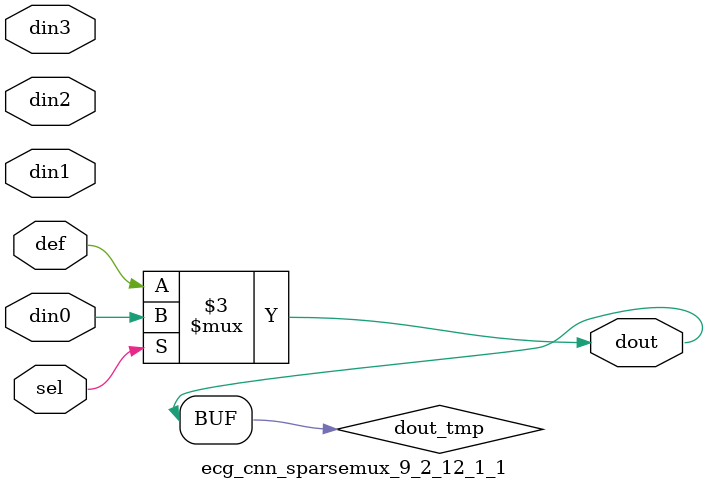
<source format=v>
`timescale 1ns / 1ps

module ecg_cnn_sparsemux_9_2_12_1_1 (din0,din1,din2,din3,def,sel,dout);

parameter din0_WIDTH = 1;

parameter din1_WIDTH = 1;

parameter din2_WIDTH = 1;

parameter din3_WIDTH = 1;

parameter def_WIDTH = 1;
parameter sel_WIDTH = 1;
parameter dout_WIDTH = 1;

parameter [sel_WIDTH-1:0] CASE0 = 1;

parameter [sel_WIDTH-1:0] CASE1 = 1;

parameter [sel_WIDTH-1:0] CASE2 = 1;

parameter [sel_WIDTH-1:0] CASE3 = 1;

parameter ID = 1;
parameter NUM_STAGE = 1;



input [din0_WIDTH-1:0] din0;

input [din1_WIDTH-1:0] din1;

input [din2_WIDTH-1:0] din2;

input [din3_WIDTH-1:0] din3;

input [def_WIDTH-1:0] def;
input [sel_WIDTH-1:0] sel;

output [dout_WIDTH-1:0] dout;



reg [dout_WIDTH-1:0] dout_tmp;


always @ (*) begin
(* parallel_case *) case (sel)
    
    CASE0 : dout_tmp = din0;
    
    CASE1 : dout_tmp = din1;
    
    CASE2 : dout_tmp = din2;
    
    CASE3 : dout_tmp = din3;
    
    default : dout_tmp = def;
endcase
end


assign dout = dout_tmp;



endmodule

</source>
